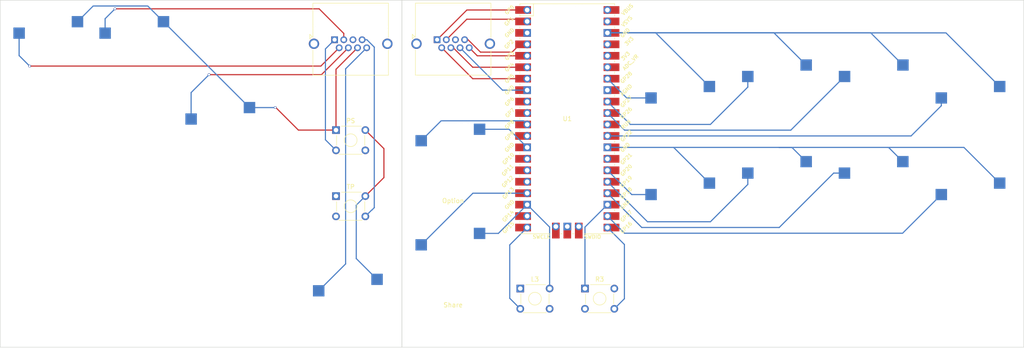
<source format=kicad_pcb>
(kicad_pcb (version 20240108) (generator "pcbnew") (generator_version "8.0")
  (layers (0 "F.Cu" signal) (31 "B.Cu" signal) (34 "B.Paste" user) (35 "F.Paste" user) (36 "B.SilkS" user "B.Silkscreen") (37 "F.SilkS" user "F.Silkscreen") (38 "B.Mask" user) (39 "F.Mask" user) (44 "Edge.Cuts" user))
  (net 0 "")
  (net 1 "UP")
  (net 2 "DOWN")
  (net 3 "RIGHT")
  (net 4 "LEFT")
  (net 5 "GND")
  (net 6 "L3 - LS")
  (net 7 "R3 - RS")
  (net 8 "B3 - X")
  (net 9 "B4 - Y")
  (net 10 "A1 - Home")
  (net 11 "A2 - Capture")
  (net 12 "L1 - LB")
  (net 13 "R1 - RB")
  (net 14 "B1 - A")
  (net 15 "B2 - B")
  (net 16 "R2 - RT")
  (net 17 "S1 - Share")
  (net 18 "S2 - Options")
  (net 29 "UP - LEFT")
  (net 30 "DOWN - LEFT")
  (net 31 "RIGHT - LEFT")
  (net 32 "LEFT - LEFT")
  (net 33 "GND - LEFT")
  (net 35 "A2 - Capture - LEFT")
  (net 36 "A1 - Home - LEFT")
  (net 37 "L2 - LT")
  (footprint "MX_Only:MXOnly-1U-Hotswap" (layer "F.Cu") (at 183.1665 109.5375)
    (property "Reference" "MX15")
    (property "Value" "MX-NoLED")
    (pad "" np_thru_hole circle (at -5.08 0 48.0996) (size 1.75 1.75) (drill 1.75) (layers "*.Cu" "*.Mask"))
    (pad "" np_thru_hole circle (at -3.81 -2.54) (size 3 3) (drill 3) (layers "*.Cu" "*.Mask"))
    (pad "" np_thru_hole circle (at 0 0) (size 3.9878 3.9878) (drill 3.9878) (layers "*.Cu" "*.Mask"))
    (pad "" np_thru_hole circle (at 2.54 -5.08) (size 3 3) (drill 3) (layers "*.Cu" "*.Mask"))
    (pad "" np_thru_hole circle (at 5.08 0 48.0996) (size 1.75 1.75) (drill 1.75) (layers "*.Cu" "*.Mask"))
    (pad "1" smd rect (at -7.085 -2.54) (size 2.55 2.5) (layers "B.Cu" "B.Paste" "B.Mask") (net 14 "B1 - A"))
    (pad "2" smd rect (at 5.842 -5.08) (size 2.55 2.5) (layers "B.Cu" "B.Paste" "B.Mask") (net 5 "GND"))
  )
  (footprint "MX_Only:MXOnly-1U-Hotswap" (layer "F.Cu") (at 62.2385 73.7325)
    (property "Reference" "MX3")
    (property "Value" "MX-NoLED")
    (pad "" np_thru_hole circle (at -5.08 0 48.0996) (size 1.75 1.75) (drill 1.75) (layers "*.Cu" "*.Mask"))
    (pad "" np_thru_hole circle (at -3.81 -2.54) (size 3 3) (drill 3) (layers "*.Cu" "*.Mask"))
    (pad "" np_thru_hole circle (at 0 0) (size 3.9878 3.9878) (drill 3.9878) (layers "*.Cu" "*.Mask"))
    (pad "" np_thru_hole circle (at 2.54 -5.08) (size 3 3) (drill 3) (layers "*.Cu" "*.Mask"))
    (pad "" np_thru_hole circle (at 5.08 0 48.0996) (size 1.75 1.75) (drill 1.75) (layers "*.Cu" "*.Mask"))
    (pad "1" smd rect (at -7.085 -2.54) (size 2.55 2.5) (layers "B.Cu" "B.Paste" "B.Mask") (net 30 "DOWN - LEFT"))
    (pad "2" smd rect (at 5.842 -5.08) (size 2.55 2.5) (layers "B.Cu" "B.Paste" "B.Mask") (net 33 "GND - LEFT"))
  )
  (footprint "MX_Only:MXOnly-1U-Hotswap" (layer "F.Cu") (at 81.2885 92.7825)
    (property "Reference" "MX4")
    (property "Value" "MX-NoLED")
    (pad "" np_thru_hole circle (at -5.08 0 48.0996) (size 1.75 1.75) (drill 1.75) (layers "*.Cu" "*.Mask"))
    (pad "" np_thru_hole circle (at -3.81 -2.54) (size 3 3) (drill 3) (layers "*.Cu" "*.Mask"))
    (pad "" np_thru_hole circle (at 0 0) (size 3.9878 3.9878) (drill 3.9878) (layers "*.Cu" "*.Mask"))
    (pad "" np_thru_hole circle (at 2.54 -5.08) (size 3 3) (drill 3) (layers "*.Cu" "*.Mask"))
    (pad "" np_thru_hole circle (at 5.08 0 48.0996) (size 1.75 1.75) (drill 1.75) (layers "*.Cu" "*.Mask"))
    (pad "1" smd rect (at -7.085 -2.54) (size 2.55 2.5) (layers "B.Cu" "B.Paste" "B.Mask") (net 31 "RIGHT - LEFT"))
    (pad "2" smd rect (at 5.842 -5.08) (size 2.55 2.5) (layers "B.Cu" "B.Paste" "B.Mask") (net 33 "GND - LEFT"))
  )
  (footprint "Connector_RJ:RJ45_Amphenol_RJHSE5380" (layer "F.Cu") (at 105.986 72.6575)
    (property "Reference" "J3" (hide yes))
    (property "Value" "8P8C")
    (fp_line (start -5.5 -1.2) (end -5 -0.7) (stroke (width 0.12)) (layer "F.SilkS"))
    (fp_line (start -5.5 -0.2) (end -5.5 -1.2) (stroke (width 0.12)) (layer "F.SilkS"))
    (fp_line (start -5 -0.7) (end -5.5 -0.2) (stroke (width 0.12)) (layer "F.SilkS"))
    (fp_line (start -4.805 -8.11) (end -4.805 -0.5) (stroke (width 0.12)) (layer "F.SilkS"))
    (fp_line (start -4.805 7.86) (end -4.805 2.3) (stroke (width 0.12)) (layer "F.SilkS"))
    (fp_line (start -4.76 -8.11) (end 11.88 -8.11) (stroke (width 0.12)) (layer "F.SilkS"))
    (fp_line (start -4.76 7.86) (end 11.925 7.86) (stroke (width 0.12)) (layer "F.SilkS"))
    (fp_line (start 11.925 -8.11) (end 11.925 -0.5) (stroke (width 0.12)) (layer "F.SilkS"))
    (fp_line (start 11.925 7.86) (end 11.925 2.3) (stroke (width 0.12)) (layer "F.SilkS"))
    (pad "" np_thru_hole circle (at -2.79 -2.54) (size 3.25 3.25) (drill 3.25) (layers "*.Cu" "*.Mask"))
    (pad "" np_thru_hole circle (at 9.91 -2.54) (size 3.25 3.25) (drill 3.25) (layers "*.Cu" "*.Mask"))
    (pad "1" thru_hole rect (at 0 0) (size 1.5 1.5) (drill 0.89) (layers "*.Cu" "*.Mask") (net 36 "A1 - Home - LEFT"))
    (pad "2" thru_hole circle (at 1.016 1.78) (size 1.5 1.5) (drill 0.89) (layers "*.Cu" "*.Mask") (net 32 "LEFT - LEFT"))
    (pad "3" thru_hole circle (at 2.032 0) (size 1.5 1.5) (drill 0.89) (layers "*.Cu" "*.Mask") (net 30 "DOWN - LEFT"))
    (pad "4" thru_hole circle (at 3.048 1.78) (size 1.5 1.5) (drill 0.89) (layers "*.Cu" "*.Mask") (net 31 "RIGHT - LEFT"))
    (pad "5" thru_hole circle (at 4.064 0) (size 1.5 1.5) (drill 0.89) (layers "*.Cu" "*.Mask"))
    (pad "6" thru_hole circle (at 5.08 1.78) (size 1.5 1.5) (drill 0.89) (layers "*.Cu" "*.Mask") (net 33 "GND - LEFT"))
    (pad "7" thru_hole circle (at 6.096 0) (size 1.5 1.5) (drill 0.89) (layers "*.Cu" "*.Mask") (net 35 "A2 - Capture - LEFT"))
    (pad "8" thru_hole circle (at 7.112 1.78) (size 1.5 1.5) (drill 0.89) (layers "*.Cu" "*.Mask") (net 29 "UP - LEFT"))
    (pad "SH" thru_hole circle (at -4.57 0.89) (size 2.3 2.3) (drill 1.57) (layers "*.Cu" "*.Mask"))
    (pad "SH" thru_hole circle (at 11.69 0.89) (size 2.3 2.3) (drill 1.57) (layers "*.Cu" "*.Mask"))
  )
  (footprint "MX_Only:MXOnly-1U-Hotswap" (layer "F.Cu") (at 226.029 83.34375)
    (property "Reference" "MX13")
    (property "Value" "MX-NoLED")
    (pad "" np_thru_hole circle (at -5.08 0 48.0996) (size 1.75 1.75) (drill 1.75) (layers "*.Cu" "*.Mask"))
    (pad "" np_thru_hole circle (at -3.81 -2.54) (size 3 3) (drill 3) (layers "*.Cu" "*.Mask"))
    (pad "" np_thru_hole circle (at 0 0) (size 3.9878 3.9878) (drill 3.9878) (layers "*.Cu" "*.Mask"))
    (pad "" np_thru_hole circle (at 2.54 -5.08) (size 3 3) (drill 3) (layers "*.Cu" "*.Mask"))
    (pad "" np_thru_hole circle (at 5.08 0 48.0996) (size 1.75 1.75) (drill 1.75) (layers "*.Cu" "*.Mask"))
    (pad "1" smd rect (at -7.085 -2.54) (size 2.55 2.5) (layers "B.Cu" "B.Paste" "B.Mask") (net 12 "L1 - LB"))
    (pad "2" smd rect (at 5.842 -5.08) (size 2.55 2.5) (layers "B.Cu" "B.Paste" "B.Mask") (net 5 "GND"))
  )
  (footprint "Button_Switch_THT:SW_TH_Tactile_Omron_B3F-10xx" (layer "F.Cu") (at 106.296 107.340332)
    (property "Reference" "TP" (at 3.25 -2.05 0) (layer "F.SilkS"))
    (property "Value" "SW_Omron_B3FS")
    (fp_line (start 0.13 3.4) (end 0.13 1.2) (stroke (width 0.12)) (layer "F.SilkS"))
    (fp_line (start 0.6 5.37) (end 5.8 5.37) (stroke (width 0.12)) (layer "F.SilkS"))
    (fp_line (start 1.2 -0.87) (end 5.6 -0.87) (stroke (width 0.12)) (layer "F.SilkS"))
    (fp_line (start 6.37 1.2) (end 6.37 3.4) (stroke (width 0.12)) (layer "F.SilkS"))
    (fp_circle (center 3.25 2.25) (end 4.25 3.25) (stroke (width 0.12)) (fill none) (layer "F.SilkS"))
    (pad "1" thru_hole rect (at 0 0) (size 1.7 1.7) (drill 1) (layers "*.Cu" "*.Mask") (net 33 "GND - LEFT"))
    (pad "1" thru_hole circle (at 6.5 0) (size 1.7 1.7) (drill 1) (layers "*.Cu" "*.Mask") (net 33 "GND - LEFT"))
    (pad "2" thru_hole circle (at 0 4.5) (size 1.7 1.7) (drill 1) (layers "*.Cu" "*.Mask") (net 35 "A2 - Capture - LEFT"))
    (pad "2" thru_hole circle (at 6.5 4.5) (size 1.7 1.7) (drill 1) (layers "*.Cu" "*.Mask") (net 35 "A2 - Capture - LEFT"))
  )
  (footprint "Button_Switch_THT:SW_TH_Tactile_Omron_B3F-10xx" (layer "F.Cu") (at 161.444 127.8392)
    (property "Reference" "R3" (at 3.25 -2.05 0) (layer "F.SilkS"))
    (property "Value" "SW_Omron_B3FS")
    (fp_line (start 0.13 3.4) (end 0.13 1.2) (stroke (width 0.12)) (layer "F.SilkS"))
    (fp_line (start 0.6 5.37) (end 5.8 5.37) (stroke (width 0.12)) (layer "F.SilkS"))
    (fp_line (start 1.2 -0.87) (end 5.6 -0.87) (stroke (width 0.12)) (layer "F.SilkS"))
    (fp_line (start 6.37 1.2) (end 6.37 3.4) (stroke (width 0.12)) (layer "F.SilkS"))
    (fp_circle (center 3.25 2.25) (end 4.25 3.25) (stroke (width 0.12)) (fill none) (layer "F.SilkS"))
    (pad "1" thru_hole rect (at 0 0) (size 1.7 1.7) (drill 1) (layers "*.Cu" "*.Mask") (net 5 "GND"))
    (pad "1" thru_hole circle (at 6.5 0) (size 1.7 1.7) (drill 1) (layers "*.Cu" "*.Mask") (net 5 "GND"))
    (pad "2" thru_hole circle (at 0 4.5) (size 1.7 1.7) (drill 1) (layers "*.Cu" "*.Mask") (net 7 "R3 - RS"))
    (pad "2" thru_hole circle (at 6.5 4.5) (size 1.7 1.7) (drill 1) (layers "*.Cu" "*.Mask") (net 7 "R3 - RS"))
  )
  (footprint "MX_Only:MXOnly-1U-Hotswap" (layer "F.Cu") (at 183.161234 88.10625)
    (property "Reference" "MX9")
    (property "Value" "MX-NoLED")
    (pad "" np_thru_hole circle (at -5.08 0 48.0996) (size 1.75 1.75) (drill 1.75) (layers "*.Cu" "*.Mask"))
    (pad "" np_thru_hole circle (at -3.81 -2.54) (size 3 3) (drill 3) (layers "*.Cu" "*.Mask"))
    (pad "" np_thru_hole circle (at 0 0) (size 3.9878 3.9878) (drill 3.9878) (layers "*.Cu" "*.Mask"))
    (pad "" np_thru_hole circle (at 2.54 -5.08) (size 3 3) (drill 3) (layers "*.Cu" "*.Mask"))
    (pad "" np_thru_hole circle (at 5.08 0 48.0996) (size 1.75 1.75) (drill 1.75) (layers "*.Cu" "*.Mask"))
    (pad "1" smd rect (at -7.085 -2.54) (size 2.55 2.5) (layers "B.Cu" "B.Paste" "B.Mask") (net 8 "B3 - X"))
    (pad "2" smd rect (at 5.842 -5.08) (size 2.55 2.5) (layers "B.Cu" "B.Paste" "B.Mask") (net 5 "GND"))
  )
  (footprint "Connector_RJ:RJ45_Amphenol_RJHSE5380" (layer "F.Cu") (at 128.694 72.6482)
    (property "Reference" "J1" (hide yes))
    (property "Value" "8P8C")
    (fp_line (start -5.5 -1.2) (end -5 -0.7) (stroke (width 0.12)) (layer "F.SilkS"))
    (fp_line (start -5.5 -0.2) (end -5.5 -1.2) (stroke (width 0.12)) (layer "F.SilkS"))
    (fp_line (start -5 -0.7) (end -5.5 -0.2) (stroke (width 0.12)) (layer "F.SilkS"))
    (fp_line (start -4.805 -8.11) (end -4.805 -0.5) (stroke (width 0.12)) (layer "F.SilkS"))
    (fp_line (start -4.805 7.86) (end -4.805 2.3) (stroke (width 0.12)) (layer "F.SilkS"))
    (fp_line (start -4.76 -8.11) (end 11.88 -8.11) (stroke (width 0.12)) (layer "F.SilkS"))
    (fp_line (start -4.76 7.86) (end 11.925 7.86) (stroke (width 0.12)) (layer "F.SilkS"))
    (fp_line (start 11.925 -8.11) (end 11.925 -0.5) (stroke (width 0.12)) (layer "F.SilkS"))
    (fp_line (start 11.925 7.86) (end 11.925 2.3) (stroke (width 0.12)) (layer "F.SilkS"))
    (pad "" np_thru_hole circle (at -2.79 -2.54) (size 3.25 3.25) (drill 3.25) (layers "*.Cu" "*.Mask"))
    (pad "" np_thru_hole circle (at 9.91 -2.54) (size 3.25 3.25) (drill 3.25) (layers "*.Cu" "*.Mask"))
    (pad "1" thru_hole rect (at 0 0) (size 1.5 1.5) (drill 0.89) (layers "*.Cu" "*.Mask") (net 10 "A1 - Home"))
    (pad "2" thru_hole circle (at 1.016 1.78) (size 1.5 1.5) (drill 0.89) (layers "*.Cu" "*.Mask") (net 4 "LEFT"))
    (pad "3" thru_hole circle (at 2.032 0) (size 1.5 1.5) (drill 0.89) (layers "*.Cu" "*.Mask") (net 2 "DOWN"))
    (pad "4" thru_hole circle (at 3.048 1.78) (size 1.5 1.5) (drill 0.89) (layers "*.Cu" "*.Mask") (net 3 "RIGHT"))
    (pad "5" thru_hole circle (at 4.064 0) (size 1.5 1.5) (drill 0.89) (layers "*.Cu" "*.Mask"))
    (pad "6" thru_hole circle (at 5.08 1.78) (size 1.5 1.5) (drill 0.89) (layers "*.Cu" "*.Mask") (net 5 "GND"))
    (pad "7" thru_hole circle (at 6.096 0) (size 1.5 1.5) (drill 0.89) (layers "*.Cu" "*.Mask") (net 11 "A2 - Capture"))
    (pad "8" thru_hole circle (at 7.112 1.78) (size 1.5 1.5) (drill 0.89) (layers "*.Cu" "*.Mask") (net 1 "UP"))
    (pad "SH" thru_hole circle (at -4.57 0.89) (size 2.3 2.3) (drill 1.57) (layers "*.Cu" "*.Mask"))
    (pad "SH" thru_hole circle (at 11.69 0.89) (size 2.3 2.3) (drill 1.57) (layers "*.Cu" "*.Mask"))
  )
  (footprint "MX_Only:MXOnly-1U-Hotswap" (layer "F.Cu") (at 132.254 97.5937)
    (property "Reference" "MX1")
    (property "Value" "MX-NoLED")
    (pad "" np_thru_hole circle (at -5.08 0 48.0996) (size 1.75 1.75) (drill 1.75) (layers "*.Cu" "*.Mask"))
    (pad "" np_thru_hole circle (at -3.81 -2.54) (size 3 3) (drill 3) (layers "*.Cu" "*.Mask"))
    (pad "" np_thru_hole circle (at 0 0) (size 3.9878 3.9878) (drill 3.9878) (layers "*.Cu" "*.Mask"))
    (pad "" np_thru_hole circle (at 2.54 -5.08) (size 3 3) (drill 3) (layers "*.Cu" "*.Mask"))
    (pad "" np_thru_hole circle (at 5.08 0 48.0996) (size 1.75 1.75) (drill 1.75) (layers "*.Cu" "*.Mask"))
    (pad "1" smd rect (at -7.085 -2.54) (size 2.55 2.5) (layers "B.Cu" "B.Paste" "B.Mask") (net 18 "S2 - Options"))
    (pad "2" smd rect (at 5.842 -5.08) (size 2.55 2.5) (layers "B.Cu" "B.Paste" "B.Mask") (net 5 "GND"))
  )
  (footprint "Button_Switch_THT:SW_TH_Tactile_Omron_B3F-10xx" (layer "F.Cu") (at 106.296 92.692)
    (property "Reference" "PS" (at 3.25 -2.05 0) (layer "F.SilkS"))
    (property "Value" "SW_Omron_B3FS" (hide yes))
    (fp_line (start 0.13 3.4) (end 0.13 1.2) (stroke (width 0.12)) (layer "F.SilkS"))
    (fp_line (start 0.6 5.37) (end 5.8 5.37) (stroke (width 0.12)) (layer "F.SilkS"))
    (fp_line (start 1.2 -0.87) (end 5.6 -0.87) (stroke (width 0.12)) (layer "F.SilkS"))
    (fp_line (start 6.37 1.2) (end 6.37 3.4) (stroke (width 0.12)) (layer "F.SilkS"))
    (fp_circle (center 3.25 2.25) (end 4.25 3.25) (stroke (width 0.12)) (fill none) (layer "F.SilkS"))
    (pad "1" thru_hole rect (at 0 0) (size 1.7 1.7) (drill 1) (layers "*.Cu" "*.Mask") (net 33 "GND - LEFT"))
    (pad "1" thru_hole circle (at 6.5 0) (size 1.7 1.7) (drill 1) (layers "*.Cu" "*.Mask") (net 33 "GND - LEFT"))
    (pad "2" thru_hole circle (at 0 4.5) (size 1.7 1.7) (drill 1) (layers "*.Cu" "*.Mask") (net 36 "A1 - Home - LEFT"))
    (pad "2" thru_hole circle (at 6.5 4.5) (size 1.7 1.7) (drill 1) (layers "*.Cu" "*.Mask") (net 36 "A1 - Home - LEFT"))
  )
  (footprint "MX_Only:MXOnly-1U-Hotswap" (layer "F.Cu") (at 247.46025 88.10625)
    (property "Reference" "MX14")
    (property "Value" "MX-NoLED")
    (pad "" np_thru_hole circle (at -5.08 0 48.0996) (size 1.75 1.75) (drill 1.75) (layers "*.Cu" "*.Mask"))
    (pad "" np_thru_hole circle (at -3.81 -2.54) (size 3 3) (drill 3) (layers "*.Cu" "*.Mask"))
    (pad "" np_thru_hole circle (at 0 0) (size 3.9878 3.9878) (drill 3.9878) (layers "*.Cu" "*.Mask"))
    (pad "" np_thru_hole circle (at 2.54 -5.08) (size 3 3) (drill 3) (layers "*.Cu" "*.Mask"))
    (pad "" np_thru_hole circle (at 5.08 0 48.0996) (size 1.75 1.75) (drill 1.75) (layers "*.Cu" "*.Mask"))
    (pad "1" smd rect (at -7.085 -2.54) (size 2.55 2.5) (layers "B.Cu" "B.Paste" "B.Mask") (net 13 "R1 - RB"))
    (pad "2" smd rect (at 5.842 -5.08) (size 2.55 2.5) (layers "B.Cu" "B.Paste" "B.Mask") (net 5 "GND"))
  )
  (footprint "MX_Only:MXOnly-1U-Hotswap" (layer "F.Cu") (at 109.546 130.8825)
    (property "Reference" "MX19")
    (property "Value" "MX-NoLED")
    (pad "" np_thru_hole circle (at -5.08 0 48.0996) (size 1.75 1.75) (drill 1.75) (layers "*.Cu" "*.Mask"))
    (pad "" np_thru_hole circle (at -3.81 -2.54) (size 3 3) (drill 3) (layers "*.Cu" "*.Mask"))
    (pad "" np_thru_hole circle (at 0 0) (size 3.9878 3.9878) (drill 3.9878) (layers "*.Cu" "*.Mask"))
    (pad "" np_thru_hole circle (at 2.54 -5.08) (size 3 3) (drill 3) (layers "*.Cu" "*.Mask"))
    (pad "" np_thru_hole circle (at 5.08 0 48.0996) (size 1.75 1.75) (drill 1.75) (layers "*.Cu" "*.Mask"))
    (pad "1" smd rect (at -7.085 -2.54) (size 2.55 2.5) (layers "B.Cu" "B.Paste" "B.Mask") (net 29 "UP - LEFT"))
    (pad "2" smd rect (at 5.842 -5.08) (size 2.55 2.5) (layers "B.Cu" "B.Paste" "B.Mask") (net 33 "GND - LEFT"))
  )
  (footprint "MX_Only:MXOnly-1U-Hotswap" (layer "F.Cu") (at 204.59775 83.34375)
    (property "Reference" "MX10")
    (property "Value" "MX-NoLED")
    (pad "" np_thru_hole circle (at -5.08 0 48.0996) (size 1.75 1.75) (drill 1.75) (layers "*.Cu" "*.Mask"))
    (pad "" np_thru_hole circle (at -3.81 -2.54) (size 3 3) (drill 3) (layers "*.Cu" "*.Mask"))
    (pad "" np_thru_hole circle (at 0 0) (size 3.9878 3.9878) (drill 3.9878) (layers "*.Cu" "*.Mask"))
    (pad "" np_thru_hole circle (at 2.54 -5.08) (size 3 3) (drill 3) (layers "*.Cu" "*.Mask"))
    (pad "" np_thru_hole circle (at 5.08 0 48.0996) (size 1.75 1.75) (drill 1.75) (layers "*.Cu" "*.Mask"))
    (pad "1" smd rect (at -7.085 -2.54) (size 2.55 2.5) (layers "B.Cu" "B.Paste" "B.Mask") (net 9 "B4 - Y"))
    (pad "2" smd rect (at 5.842 -5.08) (size 2.55 2.5) (layers "B.Cu" "B.Paste" "B.Mask") (net 5 "GND"))
  )
  (footprint "MX_Only:MXOnly-1U-Hotswap" (layer "F.Cu") (at 43.1885 73.7325)
    (property "Reference" "MX2")
    (property "Value" "MX-NoLED")
    (pad "" np_thru_hole circle (at -5.08 0 48.0996) (size 1.75 1.75) (drill 1.75) (layers "*.Cu" "*.Mask"))
    (pad "" np_thru_hole circle (at -3.81 -2.54) (size 3 3) (drill 3) (layers "*.Cu" "*.Mask"))
    (pad "" np_thru_hole circle (at 0 0) (size 3.9878 3.9878) (drill 3.9878) (layers "*.Cu" "*.Mask"))
    (pad "" np_thru_hole circle (at 2.54 -5.08) (size 3 3) (drill 3) (layers "*.Cu" "*.Mask"))
    (pad "" np_thru_hole circle (at 5.08 0 48.0996) (size 1.75 1.75) (drill 1.75) (layers "*.Cu" "*.Mask"))
    (pad "1" smd rect (at -7.085 -2.54) (size 2.55 2.5) (layers "B.Cu" "B.Paste" "B.Mask") (net 32 "LEFT - LEFT"))
    (pad "2" smd rect (at 5.842 -5.08) (size 2.55 2.5) (layers "B.Cu" "B.Paste" "B.Mask") (net 33 "GND - LEFT"))
  )
  (footprint "MX_Only:MXOnly-1U-Hotswap" (layer "F.Cu") (at 132.254 120.6895)
    (property "Reference" "MX5")
    (property "Value" "MX-NoLED")
    (pad "" np_thru_hole circle (at -5.08 0 48.0996) (size 1.75 1.75) (drill 1.75) (layers "*.Cu" "*.Mask"))
    (pad "" np_thru_hole circle (at -3.81 -2.54) (size 3 3) (drill 3) (layers "*.Cu" "*.Mask"))
    (pad "" np_thru_hole circle (at 0 0) (size 3.9878 3.9878) (drill 3.9878) (layers "*.Cu" "*.Mask"))
    (pad "" np_thru_hole circle (at 2.54 -5.08) (size 3 3) (drill 3) (layers "*.Cu" "*.Mask"))
    (pad "" np_thru_hole circle (at 5.08 0 48.0996) (size 1.75 1.75) (drill 1.75) (layers "*.Cu" "*.Mask"))
    (pad "1" smd rect (at -7.085 -2.54) (size 2.55 2.5) (layers "B.Cu" "B.Paste" "B.Mask") (net 17 "S1 - Share"))
    (pad "2" smd rect (at 5.842 -5.08) (size 2.55 2.5) (layers "B.Cu" "B.Paste" "B.Mask") (net 5 "GND"))
  )
  (footprint "MX_Only:MXOnly-1U-Hotswap" (layer "F.Cu") (at 226.009 104.775)
    (property "Reference" "MX17")
    (property "Value" "MX-NoLED")
    (pad "" np_thru_hole circle (at -5.08 0 48.0996) (size 1.75 1.75) (drill 1.75) (layers "*.Cu" "*.Mask"))
    (pad "" np_thru_hole circle (at -3.81 -2.54) (size 3 3) (drill 3) (layers "*.Cu" "*.Mask"))
    (pad "" np_thru_hole circle (at 0 0) (size 3.9878 3.9878) (drill 3.9878) (layers "*.Cu" "*.Mask"))
    (pad "" np_thru_hole circle (at 2.54 -5.08) (size 3 3) (drill 3) (layers "*.Cu" "*.Mask"))
    (pad "" np_thru_hole circle (at 5.08 0 48.0996) (size 1.75 1.75) (drill 1.75) (layers "*.Cu" "*.Mask"))
    (pad "1" smd rect (at -7.085 -2.54) (size 2.55 2.5) (layers "B.Cu" "B.Paste" "B.Mask") (net 37 "L2 - LT"))
    (pad "2" smd rect (at 5.842 -5.08) (size 2.55 2.5) (layers "B.Cu" "B.Paste" "B.Mask") (net 5 "GND"))
  )
  (footprint "MX_Only:MXOnly-1U-Hotswap" (layer "F.Cu") (at 204.59775 104.775)
    (property "Reference" "MX16")
    (property "Value" "MX-NoLED")
    (pad "" np_thru_hole circle (at -5.08 0 48.0996) (size 1.75 1.75) (drill 1.75) (layers "*.Cu" "*.Mask"))
    (pad "" np_thru_hole circle (at -3.81 -2.54) (size 3 3) (drill 3) (layers "*.Cu" "*.Mask"))
    (pad "" np_thru_hole circle (at 0 0) (size 3.9878 3.9878) (drill 3.9878) (layers "*.Cu" "*.Mask"))
    (pad "" np_thru_hole circle (at 2.54 -5.08) (size 3 3) (drill 3) (layers "*.Cu" "*.Mask"))
    (pad "" np_thru_hole circle (at 5.08 0 48.0996) (size 1.75 1.75) (drill 1.75) (layers "*.Cu" "*.Mask"))
    (pad "1" smd rect (at -7.085 -2.54) (size 2.55 2.5) (layers "B.Cu" "B.Paste" "B.Mask") (net 15 "B2 - B"))
    (pad "2" smd rect (at 5.842 -5.08) (size 2.55 2.5) (layers "B.Cu" "B.Paste" "B.Mask") (net 5 "GND"))
  )
  (footprint "MCU_RaspberryPi_and_Boards:RPi_Pico_SMD_TH" (layer "F.Cu") (at 157.529 90.1832)
    (property "Reference" "U1" (at 0 0 0) (layer "F.SilkS"))
    (property "Value" "Pico")
    (fp_line (start -10.5 -25.5) (end -10.5 -25.2) (stroke (width 0.12)) (layer "F.SilkS"))
    (fp_line (start -10.5 -25.5) (end 10.5 -25.5) (stroke (width 0.12)) (layer "F.SilkS"))
    (fp_line (start -10.5 -23.1) (end -10.5 -22.7) (stroke (width 0.12)) (layer "F.SilkS"))
    (fp_line (start -10.5 -22.833) (end -7.493 -22.833) (stroke (width 0.12)) (layer "F.SilkS"))
    (fp_line (start -10.5 -20.5) (end -10.5 -20.1) (stroke (width 0.12)) (layer "F.SilkS"))
    (fp_line (start -10.5 -18) (end -10.5 -17.6) (stroke (width 0.12)) (layer "F.SilkS"))
    (fp_line (start -10.5 -15.4) (end -10.5 -15) (stroke (width 0.12)) (layer "F.SilkS"))
    (fp_line (start -10.5 -12.9) (end -10.5 -12.5) (stroke (width 0.12)) (layer "F.SilkS"))
    (fp_line (start -10.5 -10.4) (end -10.5 -10) (stroke (width 0.12)) (layer "F.SilkS"))
    (fp_line (start -10.5 -7.8) (end -10.5 -7.4) (stroke (width 0.12)) (layer "F.SilkS"))
    (fp_line (start -10.5 -5.3) (end -10.5 -4.9) (stroke (width 0.12)) (layer "F.SilkS"))
    (fp_line (start -10.5 -2.7) (end -10.5 -2.3) (stroke (width 0.12)) (layer "F.SilkS"))
    (fp_line (start -10.5 -0.2) (end -10.5 0.2) (stroke (width 0.12)) (layer "F.SilkS"))
    (fp_line (start -10.5 2.3) (end -10.5 2.7) (stroke (width 0.12)) (layer "F.SilkS"))
    (fp_line (start -10.5 4.9) (end -10.5 5.3) (stroke (width 0.12)) (layer "F.SilkS"))
    (fp_line (start -10.5 7.4) (end -10.5 7.8) (stroke (width 0.12)) (layer "F.SilkS"))
    (fp_line (start -10.5 10) (end -10.5 10.4) (stroke (width 0.12)) (layer "F.SilkS"))
    (fp_line (start -10.5 12.5) (end -10.5 12.9) (stroke (width 0.12)) (layer "F.SilkS"))
    (fp_line (start -10.5 15.1) (end -10.5 15.5) (stroke (width 0.12)) (layer "F.SilkS"))
    (fp_line (start -10.5 17.6) (end -10.5 18) (stroke (width 0.12)) (layer "F.SilkS"))
    (fp_line (start -10.5 20.1) (end -10.5 20.5) (stroke (width 0.12)) (layer "F.SilkS"))
    (fp_line (start -10.5 22.7) (end -10.5 23.1) (stroke (width 0.12)) (layer "F.SilkS"))
    (fp_line (start -7.493 -22.833) (end -7.493 -25.5) (stroke (width 0.12)) (layer "F.SilkS"))
    (fp_line (start -3.7 25.5) (end -10.5 25.5) (stroke (width 0.12)) (layer "F.SilkS"))
    (fp_line (start -1.5 25.5) (end -1.1 25.5) (stroke (width 0.12)) (layer "F.SilkS"))
    (fp_line (start 1.1 25.5) (end 1.5 25.5) (stroke (width 0.12)) (layer "F.SilkS"))
    (fp_line (start 10.5 -25.5) (end 10.5 -25.2) (stroke (width 0.12)) (layer "F.SilkS"))
    (fp_line (start 10.5 -23.1) (end 10.5 -22.7) (stroke (width 0.12)) (layer "F.SilkS"))
    (fp_line (start 10.5 -20.5) (end 10.5 -20.1) (stroke (width 0.12)) (layer "F.SilkS"))
    (fp_line (start 10.5 -18) (end 10.5 -17.6) (stroke (width 0.12)) (layer "F.SilkS"))
    (fp_line (start 10.5 -15.4) (end 10.5 -15) (stroke (width 0.12)) (layer "F.SilkS"))
    (fp_line (start 10.5 -12.9) (end 10.5 -12.5) (stroke (width 0.12)) (layer "F.SilkS"))
    (fp_line (start 10.5 -10.4) (end 10.5 -10) (stroke (width 0.12)) (layer "F.SilkS"))
    (fp_line (start 10.5 -7.8) (end 10.5 -7.4) (stroke (width 0.12)) (layer "F.SilkS"))
    (fp_line (start 10.5 -5.3) (end 10.5 -4.9) (stroke (width 0.12)) (layer "F.SilkS"))
    (fp_line (start 10.5 -2.7) (end 10.5 -2.3) (stroke (width 0.12)) (layer "F.SilkS"))
    (fp_line (start 10.5 -0.2) (end 10.5 0.2) (stroke (width 0.12)) (layer "F.SilkS"))
    (fp_line (start 10.5 2.3) (end 10.5 2.7) (stroke (width 0.12)) (layer "F.SilkS"))
    (fp_line (start 10.5 4.9) (end 10.5 5.3) (stroke (width 0.12)) (layer "F.SilkS"))
    (fp_line (start 10.5 7.4) (end 10.5 7.8) (stroke (width 0.12)) (layer "F.SilkS"))
    (fp_line (start 10.5 10) (end 10.5 10.4) (stroke (width 0.12)) (layer "F.SilkS"))
    (fp_line (start 10.5 12.5) (end 10.5 12.9) (stroke (width 0.12)) (layer "F.SilkS"))
    (fp_line (start 10.5 15.1) (end 10.5 15.5) (stroke (width 0.12)) (layer "F.SilkS"))
    (fp_line (start 10.5 17.6) (end 10.5 18) (stroke (width 0.12)) (layer "F.SilkS"))
    (fp_line (start 10.5 20.1) (end 10.5 20.5) (stroke (width 0.12)) (layer "F.SilkS"))
    (fp_line (start 10.5 22.7) (end 10.5 23.1) (stroke (width 0.12)) (layer "F.SilkS"))
    (fp_line (start 10.5 25.5) (end 3.7 25.5) (stroke (width 0.12)) (layer "F.SilkS"))
    (fp_text user "GP17" (at 13.054 21.59 45) (layer "F.SilkS") (effects (font (size 0.8 0.8))))
    (fp_text user "GND" (at 12.8 19.05 45) (layer "F.SilkS") (effects (font (size 0.8 0.8))))
    (fp_text user "GP20" (at 13.054 11.43 45) (layer "F.SilkS") (effects (font (size 0.8 0.8))))
    (fp_text user "GND" (at -12.8 -19.05 45) (layer "F.SilkS") (effects (font (size 0.8 0.8))))
    (fp_text user "GND" (at 12.8 6.35 45) (layer "F.SilkS") (effects (font (size 0.8 0.8))))
    (fp_text user "GP22" (at 13.054 3.81 45) (layer "F.SilkS") (effects (font (size 0.8 0.8))))
    (fp_text user "GP2" (at -12.9 -16.51 45) (layer "F.SilkS") (effects (font (size 0.8 0.8))))
    (fp_text user "GND" (at -12.8 19.05 45) (layer "F.SilkS") (effects (font (size 0.8 0.8))))
    (fp_text user "GND" (at -12.8 6.35 45) (layer "F.SilkS") (effects (font (size 0.8 0.8))))
    (fp_text user "GP3" (at -12.8 -13.97 45) (layer "F.SilkS") (effects (font (size 0.8 0.8))))
    (fp_text user "ADC_VR" (at 14 -12.5 45) (layer "F.SilkS") (effects (font (size 0.8 0.8))))
    (fp_text user "GP19" (at 13.054 13.97 45) (layer "F.SilkS") (effects (font (size 0.8 0.8))))
    (fp_text user "GP28" (at 13.054 -9.144 45) (layer "F.SilkS") (effects (font (size 0.8 0.8))))
    (fp_text user "3V3" (at 12.9 -13.9 45) (layer "F.SilkS") (effects (font (size 0.8 0.8))))
    (fp_text user "GP16" (at 13.054 24.13 45) (layer "F.SilkS") (effects (font (size 0.8 0.8))))
    (fp_text user "GP14" (at -13.1 21.59 45) (layer "F.SilkS") (effects (font (size 0.8 0.8))))
    (fp_text user "GP7" (at -12.7 -1.3 45) (layer "F.SilkS") (effects (font (size 0.8 0.8))))
    (fp_text user "GP15" (at -13.054 24.13 45) (layer "F.SilkS") (effects (font (size 0.8 0.8))))
    (fp_text user "GP0" (at -12.8 -24.13 45) (layer "F.SilkS") (effects (font (size 0.8 0.8))))
    (fp_text user "GP5" (at -12.8 -8.89 45) (layer "F.SilkS") (effects (font (size 0.8 0.8))))
    (fp_text user "GND" (at 12.8 -19.05 45) (layer "F.SilkS") (effects (font (size 0.8 0.8))))
    (fp_text user "SWDIO" (at 5.6 26.2 0) (layer "F.SilkS") (effects (font (size 0.8 0.8))))
    (fp_text user "GP6" (at -12.8 -3.81 45) (layer "F.SilkS") (effects (font (size 0.8 0.8))))
    (fp_text user "GP26" (at 13.054 -1.27 45) (layer "F.SilkS") (effects (font (size 0.8 0.8))))
    (fp_text user "GP9" (at -12.8 3.81 45) (layer "F.SilkS") (effects (font (size 0.8 0.8))))
    (fp_text user "GP11" (at -13.2 11.43 45) (layer "F.SilkS") (effects (font (size 0.8 0.8))))
    (fp_text user "GP21" (at 13.054 8.9 45) (layer "F.SilkS") (effects (font (size 0.8 0.8))))
    (fp_text user "GP27" (at 13.054 -3.8 45) (layer "F.SilkS") (effects (font (size 0.8 0.8))))
    (fp_text user "GP13" (at -13.054 16.51 45) (layer "F.SilkS") (effects (font (size 0.8 0.8))))
    (fp_text user "3V3" (at 13.7 -17.2 45) (layer "F.SilkS") (effects (font (size 0.8 0.8))))
    (fp_text user "GP12" (at -13.2 13.97 45) (layer "F.SilkS") (effects (font (size 0.8 0.8))))
    (fp_text user "GP1" (at -12.9 -21.6 45) (layer "F.SilkS") (effects (font (size 0.8 0.8))))
    (fp_text user "GP18" (at 13.054 16.51 45) (layer "F.SilkS") (effects (font (size 0.8 0.8))))
    (fp_text user "VBUS" (at 13.3 -24.2 45) (layer "F.SilkS") (effects (font (size 0.8 0.8))))
    (fp_text user "GP10" (at -13.054 8.89 45) (layer "F.SilkS") (effects (font (size 0.8 0.8))))
    (fp_text user "AGND" (at 13.054 -6.35 45) (layer "F.SilkS") (effects (font (size 0.8 0.8))))
    (fp_text user "GP8" (at -12.8 1.27 45) (layer "F.SilkS") (effects (font (size 0.8 0.8))))
    (fp_text user "SWCLK" (at -5.7 26.2 0) (layer "F.SilkS") (effects (font (size 0.8 0.8))))
    (fp_text user "GP4" (at -12.8 -11.43 45) (layer "F.SilkS") (effects (font (size 0.8 0.8))))
    (fp_text user "GND" (at -12.8 -6.35 45) (layer "F.SilkS") (effects (font (size 0.8 0.8))))
    (fp_text user "RUN" (at 13 1.27 45) (layer "F.SilkS") (effects (font (size 0.8 0.8))))
    (fp_text user "VSYS" (at 13.2 -21.59 45) (layer "F.SilkS") (effects (font (size 0.8 0.8))))
    (pad "" np_thru_hole oval (at -2.725 -24) (size 1.8 1.8) (drill 1.8) (layers "*.Cu" "*.Mask"))
    (pad "" np_thru_hole oval (at -2.425 -20.97) (size 1.5 1.5) (drill 1.5) (layers "*.Cu" "*.Mask"))
    (pad "" np_thru_hole oval (at 2.425 -20.97) (size 1.5 1.5) (drill 1.5) (layers "*.Cu" "*.Mask"))
    (pad "" np_thru_hole oval (at 2.725 -24) (size 1.8 1.8) (drill 1.8) (layers "*.Cu" "*.Mask"))
    (pad "1" thru_hole oval (at -8.89 -24.13) (size 1.7 1.7) (drill 1.02) (layers "*.Cu" "*.Mask") (net 10 "A1 - Home"))
    (pad "1" smd rect (at -8.89 -24.13) (size 3.5 1.7) (drill (offset -0.9 0)) (layers "F.Cu" "F.Mask") (net 10 "A1 - Home"))
    (pad "2" thru_hole oval (at -8.89 -21.59) (size 1.7 1.7) (drill 1.02) (layers "*.Cu" "*.Mask") (net 2 "DOWN"))
    (pad "2" smd rect (at -8.89 -21.59) (size 3.5 1.7) (drill (offset -0.9 0)) (layers "F.Cu" "F.Mask") (net 2 "DOWN"))
    (pad "3" thru_hole rect (at -8.89 -19.05) (size 1.7 1.7) (drill 1.02) (layers "*.Cu" "*.Mask") (net 5 "GND"))
    (pad "3" smd rect (at -8.89 -19.05) (size 3.5 1.7) (drill (offset -0.9 0)) (layers "F.Cu" "F.Mask") (net 5 "GND"))
    (pad "4" thru_hole oval (at -8.89 -16.51) (size 1.7 1.7) (drill 1.02) (layers "*.Cu" "*.Mask") (net 11 "A2 - Capture"))
    (pad "4" smd rect (at -8.89 -16.51) (size 3.5 1.7) (drill (offset -0.9 0)) (layers "F.Cu" "F.Mask") (net 11 "A2 - Capture"))
    (pad "5" thru_hole oval (at -8.89 -13.97) (size 1.7 1.7) (drill 1.02) (layers "*.Cu" "*.Mask") (net 1 "UP"))
    (pad "5" smd rect (at -8.89 -13.97) (size 3.5 1.7) (drill (offset -0.9 0)) (layers "F.Cu" "F.Mask") (net 1 "UP"))
    (pad "6" thru_hole oval (at -8.89 -11.43) (size 1.7 1.7) (drill 1.02) (layers "*.Cu" "*.Mask") (net 3 "RIGHT"))
    (pad "6" smd rect (at -8.89 -11.43) (size 3.5 1.7) (drill (offset -0.9 0)) (layers "F.Cu" "F.Mask") (net 3 "RIGHT"))
    (pad "7" thru_hole oval (at -8.89 -8.89) (size 1.7 1.7) (drill 1.02) (layers "*.Cu" "*.Mask") (net 4 "LEFT"))
    (pad "7" smd rect (at -8.89 -8.89) (size 3.5 1.7) (drill (offset -0.9 0)) (layers "F.Cu" "F.Mask") (net 4 "LEFT"))
    (pad "8" thru_hole rect (at -8.89 -6.35) (size 1.7 1.7) (drill 1.02) (layers "*.Cu" "*.Mask") (net 5 "GND"))
    (pad "8" smd rect (at -8.89 -6.35) (size 3.5 1.7) (drill (offset -0.9 0)) (layers "F.Cu" "F.Mask") (net 5 "GND"))
    (pad "9" thru_hole oval (at -8.89 -3.81) (size 1.7 1.7) (drill 1.02) (layers "*.Cu" "*.Mask"))
    (pad "9" smd rect (at -8.89 -3.81) (size 3.5 1.7) (drill (offset -0.9 0)) (layers "F.Cu" "F.Mask"))
    (pad "10" thru_hole oval (at -8.89 -1.27) (size 1.7 1.7) (drill 1.02) (layers "*.Cu" "*.Mask"))
    (pad "10" smd rect (at -8.89 -1.27) (size 3.5 1.7) (drill (offset -0.9 0)) (layers "F.Cu" "F.Mask"))
    (pad "11" thru_hole oval (at -8.89 1.27) (size 1.7 1.7) (drill 1.02) (layers "*.Cu" "*.Mask") (net 18 "S2 - Options"))
    (pad "11" smd rect (at -8.89 1.27) (size 3.5 1.7) (drill (offset -0.9 0)) (layers "F.Cu" "F.Mask") (net 18 "S2 - Options"))
    (pad "12" thru_hole oval (at -8.89 3.81) (size 1.7 1.7) (drill 1.02) (layers "*.Cu" "*.Mask"))
    (pad "12" smd rect (at -8.89 3.81) (size 3.5 1.7) (drill (offset -0.9 0)) (layers "F.Cu" "F.Mask"))
    (pad "13" thru_hole rect (at -8.89 6.35) (size 1.7 1.7) (drill 1.02) (layers "*.Cu" "*.Mask") (net 5 "GND"))
    (pad "13" smd rect (at -8.89 6.35) (size 3.5 1.7) (drill (offset -0.9 0)) (layers "F.Cu" "F.Mask") (net 5 "GND"))
    (pad "14" thru_hole oval (at -8.89 8.89) (size 1.7 1.7) (drill 1.02) (layers "*.Cu" "*.Mask"))
    (pad "14" smd rect (at -8.89 8.89) (size 3.5 1.7) (drill (offset -0.9 0)) (layers "F.Cu" "F.Mask"))
    (pad "15" thru_hole oval (at -8.89 11.43) (size 1.7 1.7) (drill 1.02) (layers "*.Cu" "*.Mask"))
    (pad "15" smd rect (at -8.89 11.43) (size 3.5 1.7) (drill (offset -0.9 0)) (layers "F.Cu" "F.Mask"))
    (pad "16" thru_hole oval (at -8.89 13.97) (size 1.7 1.7) (drill 1.02) (layers "*.Cu" "*.Mask"))
    (pad "16" smd rect (at -8.89 13.97) (size 3.5 1.7) (drill (offset -0.9 0)) (layers "F.Cu" "F.Mask"))
    (pad "17" thru_hole oval (at -8.89 16.51) (size 1.7 1.7) (drill 1.02) (layers "*.Cu" "*.Mask") (net 17 "S1 - Share"))
    (pad "17" smd rect (at -8.89 16.51) (size 3.5 1.7) (drill (offset -0.9 0)) (layers "F.Cu" "F.Mask") (net 17 "S1 - Share"))
    (pad "18" thru_hole rect (at -8.89 19.05) (size 1.7 1.7) (drill 1.02) (layers "*.Cu" "*.Mask") (net 5 "GND"))
    (pad "18" smd rect (at -8.89 19.05) (size 3.5 1.7) (drill (offset -0.9 0)) (layers "F.Cu" "F.Mask") (net 5 "GND"))
    (pad "19" thru_hole oval (at -8.89 21.59) (size 1.7 1.7) (drill 1.02) (layers "*.Cu" "*.Mask"))
    (pad "19" smd rect (at -8.89 21.59) (size 3.5 1.7) (drill (offset -0.9 0)) (layers "F.Cu" "F.Mask"))
    (pad "20" thru_hole oval (at -8.89 24.13) (size 1.7 1.7) (drill 1.02) (layers "*.Cu" "*.Mask") (net 6 "L3 - LS"))
    (pad "20" smd rect (at -8.89 24.13) (size 3.5 1.7) (drill (offset -0.9 0)) (layers "F.Cu" "F.Mask") (net 6 "L3 - LS"))
    (pad "21" thru_hole oval (at 8.89 24.13) (size 1.7 1.7) (drill 1.02) (layers "*.Cu" "*.Mask") (net 7 "R3 - RS"))
    (pad "21" smd rect (at 8.89 24.13) (size 3.5 1.7) (drill (offset 0.9 0)) (layers "F.Cu" "F.Mask") (net 7 "R3 - RS"))
    (pad "22" thru_hole oval (at 8.89 21.59) (size 1.7 1.7) (drill 1.02) (layers "*.Cu" "*.Mask") (net 16 "R2 - RT"))
    (pad "22" smd rect (at 8.89 21.59) (size 3.5 1.7) (drill (offset 0.9 0)) (layers "F.Cu" "F.Mask") (net 16 "R2 - RT"))
    (pad "23" thru_hole rect (at 8.89 19.05) (size 1.7 1.7) (drill 1.02) (layers "*.Cu" "*.Mask") (net 5 "GND"))
    (pad "23" smd rect (at 8.89 19.05) (size 3.5 1.7) (drill (offset 0.9 0)) (layers "F.Cu" "F.Mask") (net 5 "GND"))
    (pad "24" thru_hole oval (at 8.89 16.51) (size 1.7 1.7) (drill 1.02) (layers "*.Cu" "*.Mask") (net 37 "L2 - LT"))
    (pad "24" smd rect (at 8.89 16.51) (size 3.5 1.7) (drill (offset 0.9 0)) (layers "F.Cu" "F.Mask") (net 37 "L2 - LT"))
    (pad "25" thru_hole oval (at 8.89 13.97) (size 1.7 1.7) (drill 1.02) (layers "*.Cu" "*.Mask") (net 15 "B2 - B"))
    (pad "25" smd rect (at 8.89 13.97) (size 3.5 1.7) (drill (offset 0.9 0)) (layers "F.Cu" "F.Mask") (net 15 "B2 - B"))
    (pad "26" thru_hole oval (at 8.89 11.43) (size 1.7 1.7) (drill 1.02) (layers "*.Cu" "*.Mask") (net 14 "B1 - A"))
    (pad "26" smd rect (at 8.89 11.43) (size 3.5 1.7) (drill (offset 0.9 0)) (layers "F.Cu" "F.Mask") (net 14 "B1 - A"))
    (pad "27" thru_hole oval (at 8.89 8.89) (size 1.7 1.7) (drill 1.02) (layers "*.Cu" "*.Mask"))
    (pad "27" smd rect (at 8.89 8.89) (size 3.5 1.7) (drill (offset 0.9 0)) (layers "F.Cu" "F.Mask"))
    (pad "28" thru_hole rect (at 8.89 6.35) (size 1.7 1.7) (drill 1.02) (layers "*.Cu" "*.Mask") (net 5 "GND"))
    (pad "28" smd rect (at 8.89 6.35) (size 3.5 1.7) (drill (offset 0.9 0)) (layers "F.Cu" "F.Mask") (net 5 "GND"))
    (pad "29" thru_hole oval (at 8.89 3.81) (size 1.7 1.7) (drill 1.02) (layers "*.Cu" "*.Mask") (net 13 "R1 - RB"))
    (pad "29" smd rect (at 8.89 3.81) (size 3.5 1.7) (drill (offset 0.9 0)) (layers "F.Cu" "F.Mask") (net 13 "R1 - RB"))
    (pad "30" thru_hole oval (at 8.89 1.27) (size 1.7 1.7) (drill 1.02) (layers "*.Cu" "*.Mask"))
    (pad "30" smd rect (at 8.89 1.27) (size 3.5 1.7) (drill (offset 0.9 0)) (layers "F.Cu" "F.Mask"))
    (pad "31" thru_hole oval (at 8.89 -1.27) (size 1.7 1.7) (drill 1.02) (layers "*.Cu" "*.Mask") (net 12 "L1 - LB"))
    (pad "31" smd rect (at 8.89 -1.27) (size 3.5 1.7) (drill (offset 0.9 0)) (layers "F.Cu" "F.Mask") (net 12 "L1 - LB"))
    (pad "32" thru_hole oval (at 8.89 -3.81) (size 1.7 1.7) (drill 1.02) (layers "*.Cu" "*.Mask") (net 9 "B4 - Y"))
    (pad "32" smd rect (at 8.89 -3.81) (size 3.5 1.7) (drill (offset 0.9 0)) (layers "F.Cu" "F.Mask") (net 9 "B4 - Y"))
    (pad "33" thru_hole rect (at 8.89 -6.35) (size 1.7 1.7) (drill 1.02) (layers "*.Cu" "*.Mask"))
    (pad "33" smd rect (at 8.89 -6.35) (size 3.5 1.7) (drill (offset 0.9 0)) (layers "F.Cu" "F.Mask"))
    (pad "34" thru_hole oval (at 8.89 -8.89) (size 1.7 1.7) (drill 1.02) (layers "*.Cu" "*.Mask") (net 8 "B3 - X"))
    (pad "34" smd rect (at 8.89 -8.89) (size 3.5 1.7) (drill (offset 0.9 0)) (layers "F.Cu" "F.Mask") (net 8 "B3 - X"))
    (pad "35" thru_hole oval (at 8.89 -11.43) (size 1.7 1.7) (drill 1.02) (layers "*.Cu" "*.Mask"))
    (pad "35" smd rect (at 8.89 -11.43) (size 3.5 1.7) (drill (offset 0.9 0)) (layers "F.Cu" "F.Mask"))
    (pad "36" thru_hole oval (at 8.89 -13.97) (size 1.7 1.7) (drill 1.02) (layers "*.Cu" "*.Mask"))
    (pad "36" smd rect (at 8.89 -13.97) (size 3.5 1.7) (drill (offset 0.9 0)) (layers "F.Cu" "F.Mask"))
    (pad "37" thru_hole oval (at 8.89 -16.51) (size 1.7 1.7) (drill 1.02) (layers "*.Cu" "*.Mask"))
    (pad "37" smd rect (at 8.89 -16.51) (size 3.5 1.7) (drill (offset 0.9 0)) (layers "F.Cu" "F.Mask"))
    (pad "38" thru_hole rect (at 8.89 -19.05) (size 1.7 1.7) (drill 1.02) (layers "*.Cu" "*.Mask") (net 5 "GND"))
    (pad "38" smd rect (at 8.89 -19.05) (size 3.5 1.7) (drill (offset 0.9 0)) (layers "F.Cu" "F.Mask") (net 5 "GND"))
    (pad "39" thru_hole oval (at 8.89 -21.59) (size 1.7 1.7) (drill 1.02) (layers "*.Cu" "*.Mask"))
    (pad "39" smd rect (at 8.89 -21.59) (size 3.5 1.7) (drill (offset 0.9 0)) (layers "F.Cu" "F.Mask"))
    (pad "40" thru_hole oval (at 8.89 -24.13) (size 1.7 1.7) (drill 1.02) (layers "*.Cu" "*.Mask"))
    (pad "40" smd rect (at 8.89 -24.13) (size 3.5 1.7) (drill (offset 0.9 0)) (layers "F.Cu" "F.Mask"))
    (pad "41" thru_hole oval (at -2.54 23.9) (size 1.7 1.7) (drill 1.02) (layers "*.Cu" "*.Mask"))
    (pad "41" smd rect (at -2.54 23.9 90) (size 3.5 1.7) (drill (offset -0.9 0)) (layers "F.Cu" "F.Mask"))
    (pad "42" thru_hole rect (at 0 23.9) (size 1.7 1.7) (drill 1.02) (layers "*.Cu" "*.Mask"))
    (pad "42" smd rect (at 0 23.9 90) (size 3.5 1.7) (drill (offset -0.9 0)) (layers "F.Cu" "F.Mask"))
    (pad "43" thru_hole oval (at 2.54 23.9) (size 1.7 1.7) (drill 1.02) (layers "*.Cu" "*.Mask"))
    (pad "43" smd rect (at 2.54 23.9 90) (size 3.5 1.7) (drill (offset -0.9 0)) (layers "F.Cu" "F.Mask"))
  )
  (footprint "Button_Switch_THT:SW_TH_Tactile_Omron_B3F-10xx" (layer "F.Cu") (at 147.114 127.8392)
    (property "Reference" "L3" (at 3.25 -2.05 0) (layer "F.SilkS"))
    (property "Value" "SW_Omron_B3FS")
    (fp_line (start 0.13 3.4) (end 0.13 1.2) (stroke (width 0.12)) (layer "F.SilkS"))
    (fp_line (start 0.6 5.37) (end 5.8 5.37) (stroke (width 0.12)) (layer "F.SilkS"))
    (fp_line (start 1.2 -0.87) (end 5.6 -0.87) (stroke (width 0.12)) (layer "F.SilkS"))
    (fp_line (start 6.37 1.2) (end 6.37 3.4) (stroke (width 0.12)) (layer "F.SilkS"))
    (fp_circle (center 3.25 2.25) (end 4.25 3.25) (stroke (width 0.12)) (fill none) (layer "F.SilkS"))
    (pad "1" thru_hole rect (at 0 0) (size 1.7 1.7) (drill 1) (layers "*.Cu" "*.Mask") (net 5 "GND"))
    (pad "1" thru_hole circle (at 6.5 0) (size 1.7 1.7) (drill 1) (layers "*.Cu" "*.Mask") (net 5 "GND"))
    (pad "2" thru_hole circle (at 0 4.5) (size 1.7 1.7) (drill 1) (layers "*.Cu" "*.Mask") (net 6 "L3 - LS"))
    (pad "2" thru_hole circle (at 6.5 4.5) (size 1.7 1.7) (drill 1) (layers "*.Cu" "*.Mask") (net 6 "L3 - LS"))
  )
  (footprint "MX_Only:MXOnly-1U-Hotswap" (layer "F.Cu") (at 247.46025 109.5375)
    (property "Reference" "MX18")
    (property "Value" "MX-NoLED")
    (pad "" np_thru_hole circle (at -5.08 0 48.0996) (size 1.75 1.75) (drill 1.75) (layers "*.Cu" "*.Mask"))
    (pad "" np_thru_hole circle (at -3.81 -2.54) (size 3 3) (drill 3) (layers "*.Cu" "*.Mask"))
    (pad "" np_thru_hole circle (at 0 0) (size 3.9878 3.9878) (drill 3.9878) (layers "*.Cu" "*.Mask"))
    (pad "" np_thru_hole circle (at 2.54 -5.08) (size 3 3) (drill 3) (layers "*.Cu" "*.Mask"))
    (pad "" np_thru_hole circle (at 5.08 0 48.0996) (size 1.75 1.75) (drill 1.75) (layers "*.Cu" "*.Mask"))
    (pad "1" smd rect (at -7.085 -2.54) (size 2.55 2.5) (layers "B.Cu" "B.Paste" "B.Mask") (net 16 "R2 - RT"))
    (pad "2" smd rect (at 5.842 -5.08) (size 2.55 2.5) (layers "B.Cu" "B.Paste" "B.Mask") (net 5 "GND"))
  )
  (gr_rect (start 31.92 63.89) (end 120.8935 140.852) (stroke (width 0.1)) (fill none) (layer "Edge.Cuts"))
  (gr_rect (start 120.895 63.89) (end 258.6455 140.852) (stroke (width 0.1)) (fill none) (layer "Edge.Cuts"))
  (gr_text "Option" (at 129.724238 108.9657 0) (layer "F.SilkS") (effects (font (size 1 1)) (justify left bottom)))
  (gr_text "Share" (at 130.009952 132.08 0) (layer "F.SilkS") (effects (font (size 1 1)) (justify left bottom)))
  (segment (start 137.591 76.2132) (end 148.639 76.2132) (width 0.25) (layer "F.Cu") (net 1))
  (segment (start 135.806 74.4282) (end 137.591 76.2132) (width 0.25) (layer "F.Cu") (net 1))
  (segment (start 148.154 68.1082) (end 148.639 68.5932) (width 0.25) (layer "F.Cu") (net 2))
  (segment (start 135.266 68.1082) (end 148.154 68.1082) (width 0.25) (layer "F.Cu") (net 2))
  (segment (start 130.726 72.6482) (end 135.266 68.1082) (width 0.25) (layer "F.Cu") (net 2))
  (segment (start 131.742 74.4282) (end 132.25372 74.4282) (width 0.25) (layer "F.Cu") (net 3))
  (segment (start 136.57872 78.7532) (end 148.639 78.7532) (width 0.25) (layer "F.Cu") (net 3))
  (segment (start 132.25372 74.4282) (end 136.57872 78.7532) (width 0.25) (layer "F.Cu") (net 3))
  (segment (start 136.575 81.2932) (end 148.639 81.2932) (width 0.25) (layer "F.Cu") (net 4))
  (segment (start 129.71 74.4282) (end 136.575 81.2932) (width 0.25) (layer "F.Cu") (net 4))
  (segment (start 153.614 114.2082) (end 153.614 127.8392) (width 0.25) (layer "B.Cu") (net 5))
  (segment (start 207.27795 96.5332) (end 204.47 96.5332) (width 0.25) (layer "B.Cu") (net 5))
  (segment (start 138.096 92.5137) (end 144.6195 92.5137) (width 0.25) (layer "B.Cu") (net 5))
  (segment (start 161.444 114.2082) (end 166.419 109.2332) (width 0.25) (layer "B.Cu") (net 5))
  (segment (start 166.419 96.5332) (end 181.0842 96.5332) (width 0.25) (layer "B.Cu") (net 5))
  (segment (start 231.871 78.26375) (end 224.74045 71.1332) (width 0.25) (layer "B.Cu") (net 5))
  (segment (start 231.851 99.695) (end 228.6892 96.5332) (width 0.25) (layer "B.Cu") (net 5))
  (segment (start 144.6195 92.5137) (end 148.639 96.5332) (width 0.25) (layer "B.Cu") (net 5))
  (segment (start 181.0842 96.5332) (end 204.47 96.5332) (width 0.25) (layer "B.Cu") (net 5))
  (segment (start 224.74045 71.1332) (end 166.419 71.1332) (width 0.25) (layer "B.Cu") (net 5))
  (segment (start 133.774 74.4282) (end 143.179 83.8332) (width 0.25) (layer "B.Cu") (net 5))
  (segment (start 138.096 115.6095) (end 142.2627 115.6095) (width 0.25) (layer "B.Cu") (net 5))
  (segment (start 210.43975 99.695) (end 207.27795 96.5332) (width 0.25) (layer "B.Cu") (net 5))
  (segment (start 228.6892 96.5332) (end 228.6 96.5332) (width 0.25) (layer "B.Cu") (net 5))
  (segment (start 241.4092 71.1332) (end 166.419 71.1332) (width 0.25) (layer "B.Cu") (net 5))
  (segment (start 245.37795 96.5332) (end 228.6 96.5332) (width 0.25) (layer "B.Cu") (net 5))
  (segment (start 189.0085 104.4575) (end 189.0085 103.6955) (width 0.25) (layer "B.Cu") (net 5))
  (segment (start 189.003234 83.02625) (end 177.110184 71.1332) (width 0.25) (layer "B.Cu") (net 5))
  (segment (start 253.30225 83.02625) (end 241.4092 71.1332) (width 0.25) (layer "B.Cu") (net 5))
  (segment (start 177.110184 71.1332) (end 166.419 71.1332) (width 0.25) (layer "B.Cu") (net 5))
  (segment (start 189.0085 104.4575) (end 181.0842 96.5332) (width 0.25) (layer "B.Cu") (net 5))
  (segment (start 148.639 109.2332) (end 153.614 114.2082) (width 0.25) (layer "B.Cu") (net 5))
  (segment (start 161.444 127.8392) (end 161.444 114.2082) (width 0.25) (layer "B.Cu") (net 5))
  (segment (start 253.30225 104.4575) (end 245.37795 96.5332) (width 0.25) (layer "B.Cu") (net 5))
  (segment (start 210.43975 78.26375) (end 203.3092 71.1332) (width 0.25) (layer "B.Cu") (net 5))
  (segment (start 228.6 96.5332) (end 204.47 96.5332) (width 0.25) (layer "B.Cu") (net 5))
  (segment (start 143.179 83.8332) (end 148.639 83.8332) (width 0.25) (layer "B.Cu") (net 5))
  (segment (start 203.3092 71.1332) (end 166.419 71.1332) (width 0.25) (layer "B.Cu") (net 5))
  (segment (start 142.2627 115.6095) (end 148.639 109.2332) (width 0.25) (layer "B.Cu") (net 5))
  (segment (start 147.114 132.3392) (end 144.78 130.0052) (width 0.25) (layer "B.Cu") (net 6))
  (segment (start 144.78 118.1722) (end 148.639 114.3132) (width 0.25) (layer "B.Cu") (net 6))
  (segment (start 144.78 130.0052) (end 144.78 118.1722) (width 0.25) (layer "B.Cu") (net 6))
  (segment (start 170.18 130.1032) (end 170.18 118.0742) (width 0.25) (layer "B.Cu") (net 7))
  (segment (start 167.944 132.3392) (end 170.18 130.1032) (width 0.25) (layer "B.Cu") (net 7))
  (segment (start 170.18 118.0742) (end 166.419 114.3132) (width 0.25) (layer "B.Cu") (net 7))
  (segment (start 170.69205 85.56625) (end 166.419 81.2932) (width 0.25) (layer "B.Cu") (net 8))
  (segment (start 176.076234 85.56625) (end 170.69205 85.56625) (width 0.25) (layer "B.Cu") (net 8))
  (segment (start 197.51275 83.15725) (end 189.23 91.44) (width 0.25) (layer "B.Cu") (net 9))
  (segment (start 197.51275 80.80375) (end 197.51275 83.15725) (width 0.25) (layer "B.Cu") (net 9))
  (segment (start 171.4858 91.44) (end 166.419 86.3732) (width 0.25) (layer "B.Cu") (net 9))
  (segment (start 189.23 91.44) (end 171.4858 91.44) (width 0.25) (layer "B.Cu") (net 9))
  (segment (start 197.51275 80.80375) (end 196.422125 80.80375) (width 0.25) (layer "B.Cu") (net 9))
  (segment (start 128.694 72.6482) (end 135.289 66.0532) (width 0.25) (layer "F.Cu") (net 10))
  (segment (start 135.289 66.0532) (end 148.639 66.0532) (width 0.25) (layer "F.Cu") (net 10))
  (segment (start 145.299 75.4032) (end 138.30128 75.4032) (width 0.25) (layer "F.Cu") (net 11))
  (segment (start 147.029 73.6732) (end 145.299 75.4032) (width 0.25) (layer "F.Cu") (net 11))
  (segment (start 135.54628 72.6482) (end 134.79 72.6482) (width 0.25) (layer "F.Cu") (net 11))
  (segment (start 138.30128 75.4032) (end 135.54628 72.6482) (width 0.25) (layer "F.Cu") (net 11))
  (segment (start 148.639 73.6732) (end 147.029 73.6732) (width 0.25) (layer "F.Cu") (net 11))
  (segment (start 207.03775 92.71) (end 170.2158 92.71) (width 0.25) (layer "B.Cu") (net 12))
  (segment (start 218.944 80.80375) (end 207.03775 92.71) (width 0.25) (layer "B.Cu") (net 12))
  (segment (start 218.944 80.80375) (end 217.853375 80.80375) (width 0.25) (layer "B.Cu") (net 12))
  (segment (start 170.2158 92.71) (end 166.419 88.9132) (width 0.25) (layer "B.Cu") (net 12))
  (segment (start 240.37525 87.29795) (end 233.68 93.9932) (width 0.25) (layer "B.Cu") (net 13))
  (segment (start 240.37525 85.56625) (end 240.37525 87.29795) (width 0.25) (layer "B.Cu") (net 13))
  (segment (start 233.68 93.9932) (end 166.419 93.9932) (width 0.25) (layer "B.Cu") (net 13))
  (segment (start 171.8033 106.9975) (end 166.419 101.6132) (width 0.25) (layer "B.Cu") (net 14))
  (segment (start 176.0815 106.9975) (end 171.8033 106.9975) (width 0.25) (layer "B.Cu") (net 14))
  (segment (start 197.51275 102.235) (end 197.51275 104.74725) (width 0.25) (layer "B.Cu") (net 15))
  (segment (start 189.23 113.03) (end 175.2958 113.03) (width 0.25) (layer "B.Cu") (net 15))
  (segment (start 197.51275 104.74725) (end 189.23 113.03) (width 0.25) (layer "B.Cu") (net 15))
  (segment (start 175.2958 113.03) (end 166.419 104.1532) (width 0.25) (layer "B.Cu") (net 15))
  (segment (start 170.2158 115.57) (end 166.419 111.7732) (width 0.25) (layer "B.Cu") (net 16))
  (segment (start 240.37525 106.9975) (end 231.80275 115.57) (width 0.25) (layer "B.Cu") (net 16))
  (segment (start 231.80275 115.57) (end 170.2158 115.57) (width 0.25) (layer "B.Cu") (net 16))
  (segment (start 136.6253 106.6932) (end 148.639 106.6932) (width 0.25) (layer "B.Cu") (net 17))
  (segment (start 125.169 118.1495) (end 136.6253 106.6932) (width 0.25) (layer "B.Cu") (net 17))
  (segment (start 148.639 91.4532) (end 147.8245 90.6387) (width 0.25) (layer "B.Cu") (net 18))
  (segment (start 129.584 90.6387) (end 125.169 95.0537) (width 0.25) (layer "B.Cu") (net 18))
  (segment (start 147.8245 90.6387) (end 129.584 90.6387) (width 0.25) (layer "B.Cu") (net 18))
  (segment (start 108.425 122.3785) (end 108.425 79.1105) (width 0.25) (layer "B.Cu") (net 29))
  (segment (start 108.425 79.1105) (end 113.098 74.4375) (width 0.25) (layer "B.Cu") (net 29))
  (segment (start 102.461 128.3425) (end 108.425 122.3785) (width 0.25) (layer "B.Cu") (net 29))
  (segment (start 108.018 71.25522) (end 108.018 72.6575) (width 0.25) (layer "F.Cu") (net 30))
  (segment (start 57.349 65.795) (end 102.55778 65.795) (width 0.25) (layer "F.Cu") (net 30))
  (segment (start 102.55778 65.795) (end 108.018 71.25522) (width 0.25) (layer "F.Cu") (net 30))
  (via (at 57.349 65.795) (size 0.6) (drill 0.4) (layers "F.Cu" "B.Cu") (net 30))
  (segment (start 55.1535 71.1925) (end 55.1535 67.9905) (width 0.25) (layer "B.Cu") (net 30))
  (segment (start 55.1535 67.9905) (end 57.349 65.795) (width 0.25) (layer "B.Cu") (net 30))
  (segment (start 103.0715 80.4) (end 109.034 74.4375) (width 0.25) (layer "F.Cu") (net 31))
  (segment (start 78.177 80.4) (end 103.0715 80.4) (width 0.25) (layer "F.Cu") (net 31))
  (via (at 78.177 80.4) (size 0.6) (drill 0.4) (layers "F.Cu" "B.Cu") (net 31))
  (segment (start 74.2035 84.3735) (end 78.177 80.4) (width 0.25) (layer "B.Cu") (net 31))
  (segment (start 74.2035 90.2425) (end 74.2035 84.3735) (width 0.25) (layer "B.Cu") (net 31))
  (segment (start 38.426 78.495) (end 102.9445 78.495) (width 0.25) (layer "F.Cu") (net 32))
  (segment (start 102.9445 78.495) (end 107.002 74.4375) (width 0.25) (layer "F.Cu") (net 32))
  (via (at 38.426 78.495) (size 0.6) (drill 0.4) (layers "F.Cu" "B.Cu") (net 32))
  (segment (start 36.1035 71.1925) (end 36.1035 76.1725) (width 0.25) (layer "B.Cu") (net 32))
  (segment (start 36.1035 76.1725) (end 38.426 78.495) (width 0.25) (layer "B.Cu") (net 32))
  (segment (start 111.066 74.4375) (end 106.296 79.2075) (width 0.25) (layer "F.Cu") (net 33))
  (segment (start 97.962 92.692) (end 106.296 92.692) (width 0.25) (layer "F.Cu") (net 33))
  (segment (start 92.8455 87.7025) (end 92.9725 87.7025) (width 0.25) (layer "F.Cu") (net 33))
  (segment (start 106.296 79.2075) (end 106.296 92.692) (width 0.25) (layer "F.Cu") (net 33))
  (segment (start 92.9725 87.7025) (end 97.962 92.692) (width 0.25) (layer "F.Cu") (net 33))
  (segment (start 116.912 96.808) (end 112.796 92.692) (width 0.25) (layer "F.Cu") (net 33))
  (segment (start 116.912 103.224332) (end 116.912 96.808) (width 0.25) (layer "F.Cu") (net 33))
  (segment (start 112.796 107.340332) (end 116.912 103.224332) (width 0.25) (layer "F.Cu") (net 33))
  (via (at 92.8455 87.7025) (size 0.6) (drill 0.4) (layers "F.Cu" "B.Cu") (net 33))
  (segment (start 52.513 65.17) (end 64.598 65.17) (width 0.25) (layer "B.Cu") (net 33))
  (segment (start 112.796 107.340332) (end 110.785 109.351332) (width 0.25) (layer "B.Cu") (net 33))
  (segment (start 64.598 65.17) (end 68.0805 68.6525) (width 0.25) (layer "B.Cu") (net 33))
  (segment (start 49.0305 68.6525) (end 52.513 65.17) (width 0.25) (layer "B.Cu") (net 33))
  (segment (start 68.0805 68.6525) (end 87.1305 87.7025) (width 0.25) (layer "B.Cu") (net 33))
  (segment (start 110.785 121.1995) (end 115.388 125.8025) (width 0.25) (layer "B.Cu") (net 33))
  (segment (start 110.785 109.351332) (end 110.785 121.1995) (width 0.25) (layer "B.Cu") (net 33))
  (segment (start 87.1305 87.7025) (end 92.8455 87.7025) (width 0.25) (layer "B.Cu") (net 33))
  (segment (start 114.173 110.463332) (end 114.214868 110.463332) (width 0.25) (layer "B.Cu") (net 35))
  (segment (start 114.775 109.9032) (end 114.775 74.28984) (width 0.25) (layer "B.Cu") (net 35))
  (segment (start 114.775 74.28984) (end 113.14266 72.6575) (width 0.25) (layer "B.Cu") (net 35))
  (segment (start 114.214868 110.463332) (end 114.775 109.9032) (width 0.25) (layer "B.Cu") (net 35))
  (segment (start 113.14266 72.6575) (end 112.082 72.6575) (width 0.25) (layer "B.Cu") (net 35))
  (segment (start 112.796 111.840332) (end 114.173 110.463332) (width 0.25) (layer "B.Cu") (net 35))
  (segment (start 105.121 73.5225) (end 105.121 73.5272) (width 0.25) (layer "B.Cu") (net 36))
  (segment (start 105.986 72.6575) (end 105.121 73.5225) (width 0.25) (layer "B.Cu") (net 36))
  (segment (start 103.955 94.851) (end 106.296 97.192) (width 0.25) (layer "B.Cu") (net 36))
  (segment (start 103.955 74.6932) (end 103.955 94.851) (width 0.25) (layer "B.Cu") (net 36))
  (segment (start 105.121 73.5272) (end 103.955 74.6932) (width 0.25) (layer "B.Cu") (net 36))
  (segment (start 218.924 102.235) (end 216.535 102.235) (width 0.25) (layer "B.Cu") (net 37))
  (segment (start 216.535 102.235) (end 204.47 114.3) (width 0.25) (layer "B.Cu") (net 37))
  (segment (start 204.47 114.3) (end 174.0258 114.3) (width 0.25) (layer "B.Cu") (net 37))
  (segment (start 174.0258 114.3) (end 166.419 106.6932) (width 0.25) (layer "B.Cu") (net 37))
  (segment (start 218.924 102.235) (end 218.924 102.355) (width 0.25) (layer "B.Cu") (net 37))
)
</source>
